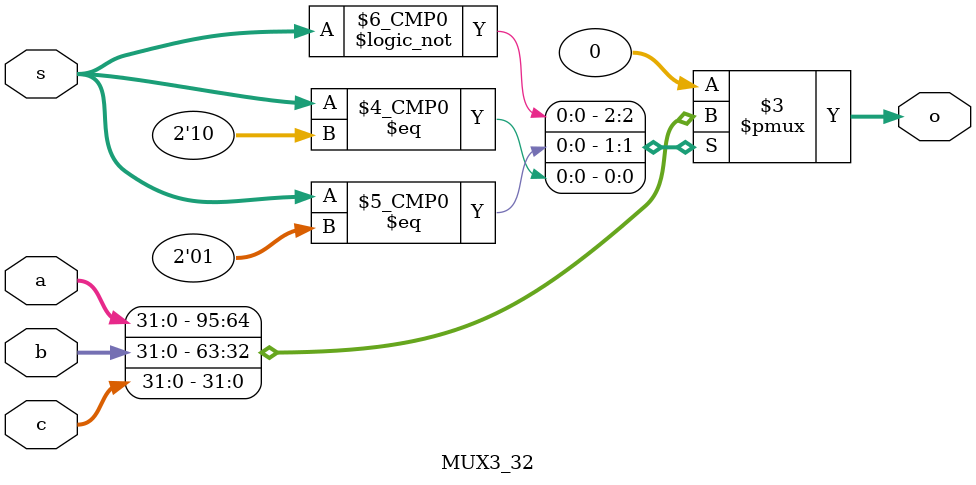
<source format=v>
`timescale 1ns/100ps
module MUX3_32(a, b, c, s, o);

  input [31:0] a;
  input [31:0] b;
  input [31:0] c;
  input [1:0] s;
  
  output [31:0] o;
  
  reg [31:0] o;
  
  always@(*)begin
    case(s)
      2'b00:  o = a;
	  2'b01:  o = b;
      2'b10:  o = c;
	  default:o = 32'b0;
    endcase	
  end
  
endmodule
</source>
